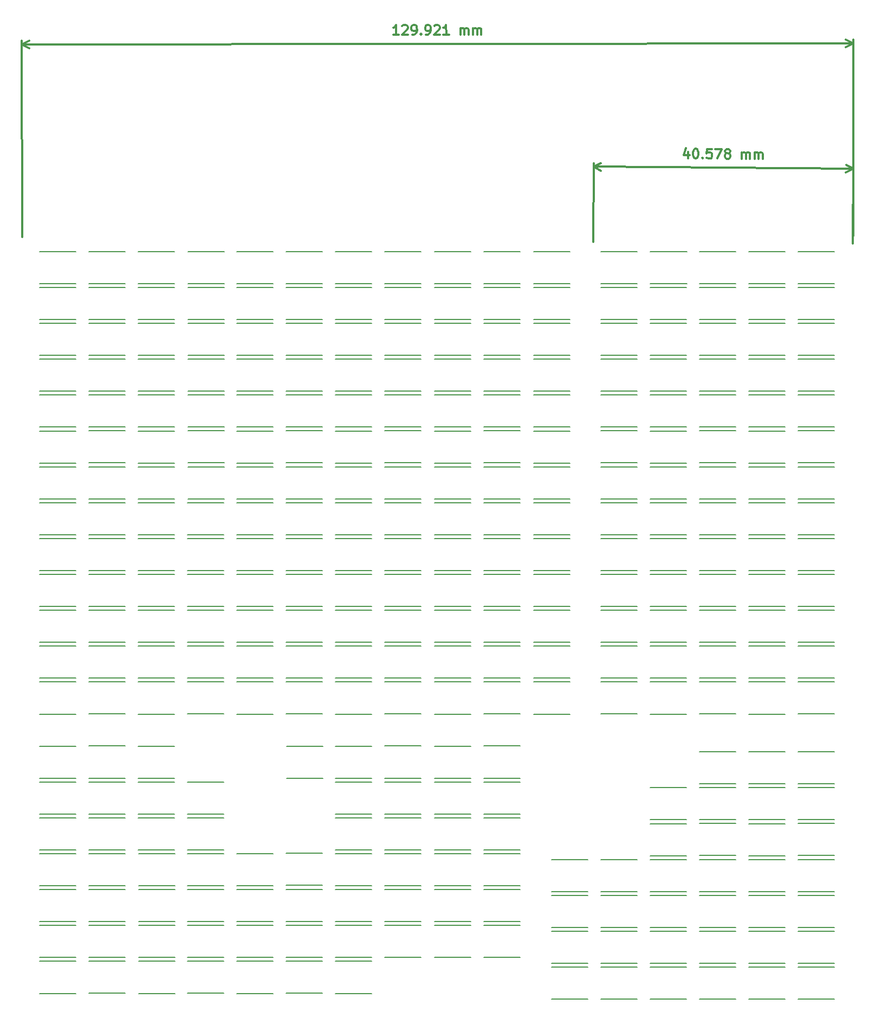
<source format=gbr>
G04 #@! TF.GenerationSoftware,KiCad,Pcbnew,(5.0.0)*
G04 #@! TF.CreationDate,2019-05-01T16:30:08-07:00*
G04 #@! TF.ProjectId,SSB Cap Board,5353422043617020426F6172642E6B69,rev?*
G04 #@! TF.SameCoordinates,Original*
G04 #@! TF.FileFunction,Legend,Top*
G04 #@! TF.FilePolarity,Positive*
%FSLAX46Y46*%
G04 Gerber Fmt 4.6, Leading zero omitted, Abs format (unit mm)*
G04 Created by KiCad (PCBNEW (5.0.0)) date 05/01/19 16:30:08*
%MOMM*%
%LPD*%
G01*
G04 APERTURE LIST*
%ADD10C,0.300000*%
%ADD11C,0.150000*%
G04 APERTURE END LIST*
D10*
X-5990638Y145334092D02*
X-6847780Y145332836D01*
X-6419209Y145333464D02*
X-6421408Y146833462D01*
X-6563951Y146618967D01*
X-6706598Y146475901D01*
X-6849351Y146404263D01*
X-5421200Y146692072D02*
X-5349876Y146763605D01*
X-5207124Y146835243D01*
X-4849981Y146835767D01*
X-4707019Y146764548D01*
X-4635486Y146693224D01*
X-4563848Y146550472D01*
X-4563639Y146407615D01*
X-4634753Y146193224D01*
X-5490638Y145334826D01*
X-4562068Y145336187D01*
X-3847783Y145337234D02*
X-3562069Y145337653D01*
X-3419316Y145409291D01*
X-3347993Y145480825D01*
X-3205450Y145695320D01*
X-3134440Y145981138D01*
X-3135278Y146552566D01*
X-3206916Y146695318D01*
X-3278449Y146766642D01*
X-3421411Y146837861D01*
X-3707125Y146837442D01*
X-3849877Y146765804D01*
X-3921201Y146694271D01*
X-3992420Y146551309D01*
X-3991897Y146194167D01*
X-3920259Y146051415D01*
X-3848725Y145980091D01*
X-3705764Y145908872D01*
X-3420050Y145909291D01*
X-3277297Y145980929D01*
X-3205974Y146052462D01*
X-3134755Y146195424D01*
X-2490851Y145482081D02*
X-2419318Y145410758D01*
X-2490641Y145339224D01*
X-2562175Y145410548D01*
X-2490851Y145482081D01*
X-2490641Y145339224D01*
X-1704928Y145340376D02*
X-1419214Y145340795D01*
X-1276462Y145412433D01*
X-1205138Y145483967D01*
X-1062595Y145698462D01*
X-991586Y145984280D01*
X-992423Y146555708D01*
X-1064061Y146698460D01*
X-1135595Y146769784D01*
X-1278556Y146841003D01*
X-1564270Y146840584D01*
X-1707023Y146768946D01*
X-1778346Y146697413D01*
X-1849565Y146554451D01*
X-1849042Y146197309D01*
X-1777404Y146054557D01*
X-1705870Y145983233D01*
X-1562909Y145912014D01*
X-1277195Y145912433D01*
X-1134443Y145984071D01*
X-1063119Y146055604D01*
X-991900Y146198566D01*
X-421205Y146699403D02*
X-349881Y146770936D01*
X-207129Y146842574D01*
X150013Y146843098D01*
X292974Y146771879D01*
X364508Y146700555D01*
X436145Y146557803D01*
X436355Y146414946D01*
X365241Y146200556D01*
X-490643Y145342157D01*
X437926Y145343518D01*
X1866496Y145345613D02*
X1009354Y145344356D01*
X1437925Y145344985D02*
X1435725Y146844983D01*
X1293183Y146630488D01*
X1150535Y146487422D01*
X1007783Y146415784D01*
X3652208Y145348231D02*
X3650742Y146348230D01*
X3650951Y146205373D02*
X3722275Y146276907D01*
X3865027Y146348545D01*
X4079313Y146348859D01*
X4222275Y146277640D01*
X4293913Y146134888D01*
X4295065Y145349174D01*
X4293913Y146134888D02*
X4365132Y146277849D01*
X4507884Y146349487D01*
X4722169Y146349801D01*
X4865131Y146278582D01*
X4936769Y146135830D01*
X4937921Y145350117D01*
X5652206Y145351164D02*
X5650740Y146351163D01*
X5650949Y146208306D02*
X5722273Y146279839D01*
X5865025Y146351477D01*
X6079311Y146351791D01*
X6222272Y146280572D01*
X6293910Y146137820D01*
X6295063Y145352107D01*
X6293910Y146137820D02*
X6365129Y146280782D01*
X6507882Y146352420D01*
X6722167Y146352734D01*
X6865129Y146281515D01*
X6936767Y146138763D01*
X6937919Y145353049D01*
X65043368Y144016818D02*
X-64877632Y143826318D01*
X65087500Y113919000D02*
X65042508Y144603238D01*
X-64833500Y113728500D02*
X-64878492Y144412738D01*
X-64877632Y143826318D02*
X-63751989Y144414390D01*
X-64877632Y143826318D02*
X-63750270Y143241550D01*
X65043368Y144016818D02*
X63916006Y144601586D01*
X65043368Y144016818D02*
X63917725Y143428746D01*
X39282906Y127034723D02*
X39275081Y126034754D01*
X38930245Y127608928D02*
X38564730Y126540327D01*
X39493273Y126533062D01*
X40358214Y127526324D02*
X40501067Y127525206D01*
X40643361Y127452662D01*
X40714228Y127380677D01*
X40784537Y127237265D01*
X40853727Y126951001D01*
X40850933Y126593869D01*
X40777271Y126308722D01*
X40704727Y126166428D01*
X40632742Y126095561D01*
X40489330Y126025252D01*
X40346477Y126026370D01*
X40204183Y126098914D01*
X40133316Y126170900D01*
X40063007Y126314311D01*
X39993816Y126600576D01*
X39996611Y126957708D01*
X40070273Y127242854D01*
X40142817Y127385148D01*
X40214802Y127456016D01*
X40358214Y127526324D01*
X41490417Y126160281D02*
X41561285Y126088295D01*
X41489299Y126017428D01*
X41418432Y126089413D01*
X41490417Y126160281D01*
X41489299Y126017428D01*
X42929564Y127506204D02*
X42215300Y127511793D01*
X42138285Y126798088D01*
X42210270Y126868956D01*
X42353682Y126939264D01*
X42710813Y126936470D01*
X42853107Y126863926D01*
X42923975Y126791940D01*
X42994283Y126648529D01*
X42991489Y126291397D01*
X42918945Y126149103D01*
X42846960Y126078235D01*
X42703548Y126007927D01*
X42346416Y126010721D01*
X42204122Y126083265D01*
X42133255Y126155251D01*
X43500975Y127501733D02*
X44500944Y127493908D01*
X43846370Y125998984D01*
X45281604Y126844923D02*
X45139311Y126917467D01*
X45068443Y126989453D01*
X44998134Y127132864D01*
X44998693Y127204291D01*
X45071238Y127346585D01*
X45143223Y127417452D01*
X45286634Y127487761D01*
X45572340Y127485525D01*
X45714634Y127412981D01*
X45785501Y127340996D01*
X45855810Y127197584D01*
X45855251Y127126158D01*
X45782707Y126983864D01*
X45710722Y126912996D01*
X45567310Y126842688D01*
X45281604Y126844923D01*
X45138193Y126774615D01*
X45066207Y126703747D01*
X44993663Y126561453D01*
X44991428Y126275748D01*
X45061736Y126132336D01*
X45132604Y126060351D01*
X45274898Y125987807D01*
X45560603Y125985571D01*
X45704015Y126055880D01*
X45776000Y126126747D01*
X45848544Y126269041D01*
X45850780Y126554747D01*
X45780471Y126698158D01*
X45709604Y126770143D01*
X45567310Y126842688D01*
X47631968Y125969363D02*
X47639793Y126969333D01*
X47638675Y126826480D02*
X47710660Y126897347D01*
X47854072Y126967656D01*
X48068351Y126965979D01*
X48210645Y126893435D01*
X48280954Y126750023D01*
X48274806Y125964333D01*
X48280954Y126750023D02*
X48353498Y126892317D01*
X48496910Y126962626D01*
X48711189Y126960949D01*
X48853483Y126888405D01*
X48923791Y126744993D01*
X48917643Y125959303D01*
X49631907Y125953714D02*
X49639732Y126953684D01*
X49638614Y126810831D02*
X49710599Y126881698D01*
X49854011Y126952007D01*
X50068290Y126950330D01*
X50210584Y126877786D01*
X50280892Y126734374D01*
X50274745Y125948684D01*
X50280892Y126734374D02*
X50353437Y126876668D01*
X50496848Y126946977D01*
X50711127Y126945300D01*
X50853421Y126872756D01*
X50923730Y126729344D01*
X50917582Y125943654D01*
X24475542Y124729084D02*
X65052042Y124411584D01*
X24384000Y113030000D02*
X24480131Y125315487D01*
X64960500Y112712500D02*
X65056631Y124997987D01*
X65052042Y124411584D02*
X63920984Y123833996D01*
X65052042Y124411584D02*
X63930161Y125006801D01*
X24475542Y124729084D02*
X25597423Y124133867D01*
X24475542Y124729084D02*
X25606600Y125306672D01*
D11*
G04 #@! TO.C,C864*
X54395000Y22795000D02*
X48695000Y22795000D01*
X54395000Y27795000D02*
X48695000Y27795000D01*
G04 #@! TO.C,C849*
X56405000Y27805000D02*
X62105000Y27805000D01*
X56405000Y22805000D02*
X62105000Y22805000D01*
G04 #@! TO.C,C846*
X38995000Y22795000D02*
X33295000Y22795000D01*
X38995000Y27795000D02*
X33295000Y27795000D01*
G04 #@! TO.C,C967*
X41005000Y27805000D02*
X46705000Y27805000D01*
X41005000Y22805000D02*
X46705000Y22805000D01*
G04 #@! TO.C,C343*
X-41005000Y29295000D02*
X-46705000Y29295000D01*
X-41005000Y34295000D02*
X-46705000Y34295000D01*
G04 #@! TO.C,C337*
X-8195000Y111505000D02*
X-2495000Y111505000D01*
X-8195000Y106505000D02*
X-2495000Y106505000D01*
G04 #@! TO.C,C1*
X-41005000Y50495000D02*
X-46705000Y50495000D01*
X-41005000Y55495000D02*
X-46705000Y55495000D01*
G04 #@! TO.C,C326*
X-10205000Y106495000D02*
X-15905000Y106495000D01*
X-10205000Y111495000D02*
X-15905000Y111495000D01*
G04 #@! TO.C,C273*
X-54395000Y11905000D02*
X-48695000Y11905000D01*
X-54395000Y6905000D02*
X-48695000Y6905000D01*
G04 #@! TO.C,C264*
X-8195000Y6305000D02*
X-2495000Y6305000D01*
X-8195000Y1305000D02*
X-2495000Y1305000D01*
G04 #@! TO.C,C262*
X-56405000Y23695000D02*
X-62105000Y23695000D01*
X-56405000Y28695000D02*
X-62105000Y28695000D01*
G04 #@! TO.C,C261*
X-54395000Y705000D02*
X-48695000Y705000D01*
X-54395000Y-4295000D02*
X-48695000Y-4295000D01*
G04 #@! TO.C,C260*
X-25605000Y6895000D02*
X-31305000Y6895000D01*
X-25605000Y11895000D02*
X-31305000Y11895000D01*
G04 #@! TO.C,C259*
X-40905000Y12495000D02*
X-46605000Y12495000D01*
X-40905000Y17495000D02*
X-46605000Y17495000D01*
G04 #@! TO.C,C258*
X-38995000Y23105000D02*
X-33295000Y23105000D01*
X-38995000Y18105000D02*
X-33295000Y18105000D01*
G04 #@! TO.C,C257*
X-23595000Y705000D02*
X-17895000Y705000D01*
X-23595000Y-4295000D02*
X-17895000Y-4295000D01*
G04 #@! TO.C,C255*
X5295000Y106495000D02*
X-405000Y106495000D01*
X5295000Y111495000D02*
X-405000Y111495000D01*
G04 #@! TO.C,C314*
X-56405000Y18095000D02*
X-62105000Y18095000D01*
X-56405000Y23095000D02*
X-62105000Y23095000D01*
G04 #@! TO.C,C266*
X-54395000Y6305000D02*
X-48695000Y6305000D01*
X-54395000Y1305000D02*
X-48695000Y1305000D01*
G04 #@! TO.C,C265*
X-25605000Y1295000D02*
X-31305000Y1295000D01*
X-25605000Y6295000D02*
X-31305000Y6295000D01*
G04 #@! TO.C,C311*
X-40905000Y6895000D02*
X-46605000Y6895000D01*
X-40905000Y11895000D02*
X-46605000Y11895000D01*
G04 #@! TO.C,C310*
X-38995000Y28705000D02*
X-33295000Y28705000D01*
X-38995000Y23705000D02*
X-33295000Y23705000D01*
G04 #@! TO.C,C309*
X-23595000Y6305000D02*
X-17895000Y6305000D01*
X-23595000Y1305000D02*
X-17895000Y1305000D01*
G04 #@! TO.C,C308*
X-56405000Y84095000D02*
X-62105000Y84095000D01*
X-56405000Y89095000D02*
X-62105000Y89095000D01*
G04 #@! TO.C,C304*
X-56405000Y12495000D02*
X-62105000Y12495000D01*
X-56405000Y17495000D02*
X-62105000Y17495000D01*
G04 #@! TO.C,C303*
X-23595000Y111505000D02*
X-17895000Y111505000D01*
X-23595000Y106505000D02*
X-17895000Y106505000D01*
G04 #@! TO.C,C302*
X-25605000Y-4305000D02*
X-31305000Y-4305000D01*
X-25605000Y695000D02*
X-31305000Y695000D01*
G04 #@! TO.C,C301*
X-40905000Y1295000D02*
X-46605000Y1295000D01*
X-40905000Y6295000D02*
X-46605000Y6295000D01*
G04 #@! TO.C,C283*
X-38995000Y705000D02*
X-33295000Y705000D01*
X-38995000Y-4295000D02*
X-33295000Y-4295000D01*
G04 #@! TO.C,C282*
X-56405000Y78495000D02*
X-62105000Y78495000D01*
X-56405000Y83495000D02*
X-62105000Y83495000D01*
G04 #@! TO.C,C295*
X-56405000Y6895000D02*
X-62105000Y6895000D01*
X-56405000Y11895000D02*
X-62105000Y11895000D01*
G04 #@! TO.C,C294*
X-54395000Y17505000D02*
X-48695000Y17505000D01*
X-54395000Y12505000D02*
X-48695000Y12505000D01*
G04 #@! TO.C,C293*
X-23595000Y11905000D02*
X-17895000Y11905000D01*
X-23595000Y6905000D02*
X-17895000Y6905000D01*
G04 #@! TO.C,C292*
X-10205000Y29295000D02*
X-15905000Y29295000D01*
X-10205000Y34295000D02*
X-15905000Y34295000D01*
G04 #@! TO.C,C289*
X-56405000Y72895000D02*
X-62105000Y72895000D01*
X-56405000Y77895000D02*
X-62105000Y77895000D01*
G04 #@! TO.C,C287*
X-56405000Y1295000D02*
X-62105000Y1295000D01*
X-56405000Y6295000D02*
X-62105000Y6295000D01*
G04 #@! TO.C,C286*
X-54395000Y23105000D02*
X-48695000Y23105000D01*
X-54395000Y18105000D02*
X-48695000Y18105000D01*
G04 #@! TO.C,C285*
X-23595000Y17605000D02*
X-17895000Y17605000D01*
X-23595000Y12605000D02*
X-17895000Y12605000D01*
G04 #@! TO.C,C284*
X-10211000Y23695000D02*
X-15911000Y23695000D01*
X-10211000Y28695000D02*
X-15911000Y28695000D01*
G04 #@! TO.C,C299*
X-8195000Y11905000D02*
X-2495000Y11905000D01*
X-8195000Y6905000D02*
X-2495000Y6905000D01*
G04 #@! TO.C,C298*
X7305000Y6305000D02*
X13005000Y6305000D01*
X7305000Y1305000D02*
X13005000Y1305000D01*
G04 #@! TO.C,C281*
X-56405000Y67295000D02*
X-62105000Y67295000D01*
X-56405000Y72295000D02*
X-62105000Y72295000D01*
G04 #@! TO.C,C296*
X-56405000Y-4305000D02*
X-62105000Y-4305000D01*
X-56405000Y695000D02*
X-62105000Y695000D01*
G04 #@! TO.C,C377*
X-54395000Y28705000D02*
X-48695000Y28705000D01*
X-54395000Y23705000D02*
X-48695000Y23705000D01*
G04 #@! TO.C,C399*
X-10205000Y18095000D02*
X-15905000Y18095000D01*
X-10205000Y23095000D02*
X-15905000Y23095000D01*
G04 #@! TO.C,C398*
X-8195000Y17505000D02*
X-2495000Y17505000D01*
X-8195000Y12505000D02*
X-2495000Y12505000D01*
G04 #@! TO.C,C397*
X7305000Y11905000D02*
X13005000Y11905000D01*
X7305000Y6905000D02*
X13005000Y6905000D01*
G04 #@! TO.C,C396*
X-56405000Y61695000D02*
X-62105000Y61695000D01*
X-56405000Y66695000D02*
X-62105000Y66695000D01*
G04 #@! TO.C,C395*
X-54395000Y34305000D02*
X-48695000Y34305000D01*
X-54395000Y29305000D02*
X-48695000Y29305000D01*
G04 #@! TO.C,C390*
X-10205000Y12495000D02*
X-15905000Y12495000D01*
X-10205000Y17495000D02*
X-15905000Y17495000D01*
G04 #@! TO.C,C389*
X-8195000Y23105000D02*
X-2495000Y23105000D01*
X-8195000Y18105000D02*
X-2495000Y18105000D01*
G04 #@! TO.C,C388*
X7305000Y17505000D02*
X13005000Y17505000D01*
X7305000Y12505000D02*
X13005000Y12505000D01*
G04 #@! TO.C,C387*
X-56405000Y56095000D02*
X-62105000Y56095000D01*
X-56405000Y61095000D02*
X-62105000Y61095000D01*
G04 #@! TO.C,C386*
X-23504500Y34241500D02*
X-17804500Y34241500D01*
X-23504500Y29241500D02*
X-17804500Y29241500D01*
G04 #@! TO.C,C385*
X-10205000Y6895000D02*
X-15905000Y6895000D01*
X-10205000Y11895000D02*
X-15905000Y11895000D01*
G04 #@! TO.C,C384*
X-8195000Y28705000D02*
X-2495000Y28705000D01*
X-8195000Y23705000D02*
X-2495000Y23705000D01*
G04 #@! TO.C,C383*
X7305000Y23105000D02*
X13005000Y23105000D01*
X7305000Y18105000D02*
X13005000Y18105000D01*
G04 #@! TO.C,C382*
X-56405000Y50495000D02*
X-62105000Y50495000D01*
X-56405000Y55495000D02*
X-62105000Y55495000D01*
G04 #@! TO.C,C381*
X-10205000Y1295000D02*
X-15905000Y1295000D01*
X-10205000Y6295000D02*
X-15905000Y6295000D01*
G04 #@! TO.C,C380*
X-8195000Y34305000D02*
X-2495000Y34305000D01*
X-8195000Y29305000D02*
X-2495000Y29305000D01*
G04 #@! TO.C,C379*
X7305000Y28705000D02*
X13005000Y28705000D01*
X7305000Y23705000D02*
X13005000Y23705000D01*
G04 #@! TO.C,C378*
X-56405000Y44895000D02*
X-62105000Y44895000D01*
X-56405000Y49895000D02*
X-62105000Y49895000D01*
G04 #@! TO.C,C392*
X7305000Y34305000D02*
X13005000Y34305000D01*
X7305000Y29305000D02*
X13005000Y29305000D01*
G04 #@! TO.C,C93*
X-25605000Y56095000D02*
X-31305000Y56095000D01*
X-25605000Y61095000D02*
X-31305000Y61095000D01*
G04 #@! TO.C,C92*
X-38895000Y94705000D02*
X-33195000Y94705000D01*
X-38895000Y89705000D02*
X-33195000Y89705000D01*
G04 #@! TO.C,C91*
X-41005000Y44895000D02*
X-46705000Y44895000D01*
X-41005000Y49895000D02*
X-46705000Y49895000D01*
G04 #@! TO.C,C90*
X-54395000Y105905000D02*
X-48695000Y105905000D01*
X-54395000Y100905000D02*
X-48695000Y100905000D01*
G04 #@! TO.C,C89*
X-23595000Y49905000D02*
X-17895000Y49905000D01*
X-23595000Y44905000D02*
X-17895000Y44905000D01*
G04 #@! TO.C,C88*
X-10205000Y89695000D02*
X-15905000Y89695000D01*
X-10205000Y94695000D02*
X-15905000Y94695000D01*
G04 #@! TO.C,C87*
X-8195000Y61105000D02*
X-2495000Y61105000D01*
X-8195000Y56105000D02*
X-2495000Y56105000D01*
G04 #@! TO.C,C86*
X5295000Y78495000D02*
X-405000Y78495000D01*
X5295000Y83495000D02*
X-405000Y83495000D01*
G04 #@! TO.C,C85*
X7305000Y72305000D02*
X13005000Y72305000D01*
X7305000Y67305000D02*
X13005000Y67305000D01*
G04 #@! TO.C,C84*
X20795000Y67295000D02*
X15095000Y67295000D01*
X20795000Y72295000D02*
X15095000Y72295000D01*
G04 #@! TO.C,C83*
X-25605000Y61695000D02*
X-31305000Y61695000D01*
X-25605000Y66695000D02*
X-31305000Y66695000D01*
G04 #@! TO.C,C82*
X-38895000Y89105000D02*
X-33195000Y89105000D01*
X-38895000Y84105000D02*
X-33195000Y84105000D01*
G04 #@! TO.C,C81*
X-38895000Y83505000D02*
X-33195000Y83505000D01*
X-38895000Y78505000D02*
X-33195000Y78505000D01*
G04 #@! TO.C,C80*
X20795000Y61695000D02*
X15095000Y61695000D01*
X20795000Y66695000D02*
X15095000Y66695000D01*
G04 #@! TO.C,C251*
X-38995000Y6305000D02*
X-33295000Y6305000D01*
X-38995000Y1305000D02*
X-33295000Y1305000D01*
G04 #@! TO.C,C78*
X-25605000Y67295000D02*
X-31305000Y67295000D01*
X-25605000Y72295000D02*
X-31305000Y72295000D01*
G04 #@! TO.C,C77*
X20795000Y72895000D02*
X15095000Y72895000D01*
X20795000Y77895000D02*
X15095000Y77895000D01*
G04 #@! TO.C,C76*
X7305000Y66705000D02*
X13005000Y66705000D01*
X7305000Y61705000D02*
X13005000Y61705000D01*
G04 #@! TO.C,C75*
X-41005000Y56095000D02*
X-46705000Y56095000D01*
X-41005000Y61095000D02*
X-46705000Y61095000D01*
G04 #@! TO.C,C74*
X5295000Y84095000D02*
X-405000Y84095000D01*
X5295000Y89095000D02*
X-405000Y89095000D01*
G04 #@! TO.C,C73*
X-8195000Y55505000D02*
X-2495000Y55505000D01*
X-8195000Y50505000D02*
X-2495000Y50505000D01*
G04 #@! TO.C,C72*
X-10205000Y95295000D02*
X-15905000Y95295000D01*
X-10205000Y100295000D02*
X-15905000Y100295000D01*
G04 #@! TO.C,C71*
X5295000Y1295000D02*
X-405000Y1295000D01*
X5295000Y6295000D02*
X-405000Y6295000D01*
G04 #@! TO.C,C70*
X-54395000Y100305000D02*
X-48695000Y100305000D01*
X-54395000Y95305000D02*
X-48695000Y95305000D01*
G04 #@! TO.C,C68*
X-23595000Y44305000D02*
X-17895000Y44305000D01*
X-23595000Y39305000D02*
X-17895000Y39305000D01*
G04 #@! TO.C,C252*
X-56405000Y39295000D02*
X-62105000Y39295000D01*
X-56405000Y44295000D02*
X-62105000Y44295000D01*
G04 #@! TO.C,C120*
X-41005000Y106495000D02*
X-46705000Y106495000D01*
X-41005000Y111495000D02*
X-46705000Y111495000D01*
G04 #@! TO.C,C119*
X-56405000Y100895000D02*
X-62105000Y100895000D01*
X-56405000Y105895000D02*
X-62105000Y105895000D01*
G04 #@! TO.C,C118*
X-54395000Y72305000D02*
X-48695000Y72305000D01*
X-54395000Y67305000D02*
X-48695000Y67305000D01*
G04 #@! TO.C,C108*
X5295000Y29295000D02*
X-405000Y29295000D01*
X5295000Y34295000D02*
X-405000Y34295000D01*
G04 #@! TO.C,C106*
X-41005000Y100895000D02*
X-46705000Y100895000D01*
X-41005000Y105895000D02*
X-46705000Y105895000D01*
G04 #@! TO.C,C105*
X-56405000Y89695000D02*
X-62105000Y89695000D01*
X-56405000Y94695000D02*
X-62105000Y94695000D01*
G04 #@! TO.C,C97*
X-38895000Y111505000D02*
X-33195000Y111505000D01*
X-38895000Y106505000D02*
X-33195000Y106505000D01*
G04 #@! TO.C,C96*
X-41005000Y95295000D02*
X-46705000Y95295000D01*
X-41005000Y100295000D02*
X-46705000Y100295000D01*
G04 #@! TO.C,C95*
X-54395000Y49905000D02*
X-48695000Y49905000D01*
X-54395000Y44905000D02*
X-48695000Y44905000D01*
G04 #@! TO.C,C110*
X-25605000Y106495000D02*
X-31305000Y106495000D01*
X-25605000Y111495000D02*
X-31305000Y111495000D01*
G04 #@! TO.C,C23*
X20795000Y106495000D02*
X15095000Y106495000D01*
X20795000Y111495000D02*
X15095000Y111495000D01*
G04 #@! TO.C,C22*
X-54395000Y55505000D02*
X-48695000Y55505000D01*
X-54395000Y50505000D02*
X-48695000Y50505000D01*
G04 #@! TO.C,C16*
X-54395000Y61105000D02*
X-48695000Y61105000D01*
X-54395000Y56105000D02*
X-48695000Y56105000D01*
G04 #@! TO.C,C62*
X-41005000Y89695000D02*
X-46705000Y89695000D01*
X-41005000Y94695000D02*
X-46705000Y94695000D01*
G04 #@! TO.C,C2*
X-38995000Y49905000D02*
X-33295000Y49905000D01*
X-38995000Y44905000D02*
X-33295000Y44905000D01*
G04 #@! TO.C,C3*
X20795000Y100895000D02*
X15095000Y100895000D01*
X20795000Y105895000D02*
X15095000Y105895000D01*
G04 #@! TO.C,C4*
X-25605000Y100895000D02*
X-31305000Y100895000D01*
X-25605000Y105895000D02*
X-31305000Y105895000D01*
G04 #@! TO.C,C10*
X-10205000Y-4305000D02*
X-15905000Y-4305000D01*
X-10205000Y695000D02*
X-15905000Y695000D01*
G04 #@! TO.C,C11*
X-54395000Y66705000D02*
X-48695000Y66705000D01*
X-54395000Y61705000D02*
X-48695000Y61705000D01*
G04 #@! TO.C,C12*
X-41005000Y84095000D02*
X-46705000Y84095000D01*
X-41005000Y89095000D02*
X-46705000Y89095000D01*
G04 #@! TO.C,C13*
X-38995000Y55505000D02*
X-33295000Y55505000D01*
X-38995000Y50505000D02*
X-33295000Y50505000D01*
G04 #@! TO.C,C14*
X-25605000Y95295000D02*
X-31305000Y95295000D01*
X-25605000Y100295000D02*
X-31305000Y100295000D01*
G04 #@! TO.C,C15*
X-54395000Y77905000D02*
X-48695000Y77905000D01*
X-54395000Y72905000D02*
X-48695000Y72905000D01*
G04 #@! TO.C,C31*
X-41005000Y78495000D02*
X-46705000Y78495000D01*
X-41005000Y83495000D02*
X-46705000Y83495000D01*
G04 #@! TO.C,C61*
X-38995000Y61105000D02*
X-33295000Y61105000D01*
X-38995000Y56105000D02*
X-33295000Y56105000D01*
G04 #@! TO.C,C60*
X-25605000Y89695000D02*
X-31305000Y89695000D01*
X-25605000Y94695000D02*
X-31305000Y94695000D01*
G04 #@! TO.C,C59*
X20795000Y95295000D02*
X15095000Y95295000D01*
X20795000Y100295000D02*
X15095000Y100295000D01*
G04 #@! TO.C,C53*
X5295000Y23695000D02*
X-405000Y23695000D01*
X5295000Y28695000D02*
X-405000Y28695000D01*
G04 #@! TO.C,C51*
X-41005000Y72895000D02*
X-46705000Y72895000D01*
X-41005000Y77895000D02*
X-46705000Y77895000D01*
G04 #@! TO.C,C50*
X-38995000Y66705000D02*
X-33295000Y66705000D01*
X-38995000Y61705000D02*
X-33295000Y61705000D01*
G04 #@! TO.C,C49*
X-25605000Y84095000D02*
X-31305000Y84095000D01*
X-25605000Y89095000D02*
X-31305000Y89095000D01*
G04 #@! TO.C,C63*
X20795000Y89695000D02*
X15095000Y89695000D01*
X20795000Y94695000D02*
X15095000Y94695000D01*
G04 #@! TO.C,C47*
X7305000Y49905000D02*
X13005000Y49905000D01*
X7305000Y44905000D02*
X13005000Y44905000D01*
G04 #@! TO.C,C45*
X5295000Y100895000D02*
X-405000Y100895000D01*
X5295000Y105895000D02*
X-405000Y105895000D01*
G04 #@! TO.C,C44*
X7305000Y44305000D02*
X13005000Y44305000D01*
X7305000Y39305000D02*
X13005000Y39305000D01*
G04 #@! TO.C,C43*
X-38995000Y44305000D02*
X-33295000Y44305000D01*
X-38995000Y39305000D02*
X-33295000Y39305000D01*
G04 #@! TO.C,C41*
X-8195000Y44305000D02*
X-2495000Y44305000D01*
X-8195000Y39305000D02*
X-2495000Y39305000D01*
G04 #@! TO.C,C40*
X-10205000Y100895000D02*
X-15905000Y100895000D01*
X-10205000Y105895000D02*
X-15905000Y105895000D01*
G04 #@! TO.C,C39*
X5295000Y6895000D02*
X-405000Y6895000D01*
X5295000Y11895000D02*
X-405000Y11895000D01*
G04 #@! TO.C,C38*
X-8195000Y72305000D02*
X-2495000Y72305000D01*
X-8195000Y67305000D02*
X-2495000Y67305000D01*
G04 #@! TO.C,C37*
X5295000Y56095000D02*
X-405000Y56095000D01*
X5295000Y61095000D02*
X-405000Y61095000D01*
G04 #@! TO.C,C36*
X-8195000Y83505000D02*
X-2495000Y83505000D01*
X-8195000Y78505000D02*
X-2495000Y78505000D01*
G04 #@! TO.C,C35*
X-10205000Y67295000D02*
X-15905000Y67295000D01*
X-10205000Y72295000D02*
X-15905000Y72295000D01*
G04 #@! TO.C,C34*
X-23595000Y72305000D02*
X-17895000Y72305000D01*
X-23595000Y67305000D02*
X-17895000Y67305000D01*
G04 #@! TO.C,C94*
X20795000Y39295000D02*
X15095000Y39295000D01*
X20795000Y44295000D02*
X15095000Y44295000D01*
G04 #@! TO.C,C32*
X7305000Y100305000D02*
X13005000Y100305000D01*
X7305000Y95305000D02*
X13005000Y95305000D01*
G04 #@! TO.C,C33*
X5295000Y50495000D02*
X-405000Y50495000D01*
X5295000Y55495000D02*
X-405000Y55495000D01*
G04 #@! TO.C,C46*
X-23595000Y89105000D02*
X-17895000Y89105000D01*
X-23595000Y84105000D02*
X-17895000Y84105000D01*
G04 #@! TO.C,C215*
X-40905000Y-4305000D02*
X-46605000Y-4305000D01*
X-40905000Y695000D02*
X-46605000Y695000D01*
G04 #@! TO.C,C213*
X-38995000Y17505000D02*
X-33295000Y17505000D01*
X-38995000Y12505000D02*
X-33295000Y12505000D01*
G04 #@! TO.C,C212*
X-41005000Y18095000D02*
X-46705000Y18095000D01*
X-41005000Y23095000D02*
X-46705000Y23095000D01*
G04 #@! TO.C,C211*
X-25605000Y12495000D02*
X-31305000Y12495000D01*
X-25605000Y17495000D02*
X-31305000Y17495000D01*
G04 #@! TO.C,C209*
X-56405000Y29295000D02*
X-62105000Y29295000D01*
X-56405000Y34295000D02*
X-62105000Y34295000D01*
G04 #@! TO.C,C125*
X-10205000Y61695000D02*
X-15905000Y61695000D01*
X-10205000Y66695000D02*
X-15905000Y66695000D01*
G04 #@! TO.C,C203*
X-38995000Y11905000D02*
X-33295000Y11905000D01*
X-38995000Y6905000D02*
X-33295000Y6905000D01*
G04 #@! TO.C,C201*
X-41005000Y23695000D02*
X-46705000Y23695000D01*
X-41005000Y28695000D02*
X-46705000Y28695000D01*
G04 #@! TO.C,C200*
X-23595000Y77905000D02*
X-17895000Y77905000D01*
X-23595000Y72905000D02*
X-17895000Y72905000D01*
G04 #@! TO.C,C199*
X7305000Y105905000D02*
X13005000Y105905000D01*
X7305000Y100905000D02*
X13005000Y100905000D01*
G04 #@! TO.C,C198*
X-23595000Y105905000D02*
X-17895000Y105905000D01*
X-23595000Y100905000D02*
X-17895000Y100905000D01*
G04 #@! TO.C,C197*
X-8195000Y94705000D02*
X-2495000Y94705000D01*
X-8195000Y89705000D02*
X-2495000Y89705000D01*
G04 #@! TO.C,C196*
X-10205000Y56095000D02*
X-15905000Y56095000D01*
X-10205000Y61095000D02*
X-15905000Y61095000D01*
G04 #@! TO.C,C195*
X-23595000Y83505000D02*
X-17895000Y83505000D01*
X-23595000Y78505000D02*
X-17895000Y78505000D01*
G04 #@! TO.C,C194*
X5295000Y39295000D02*
X-405000Y39295000D01*
X5295000Y44295000D02*
X-405000Y44295000D01*
G04 #@! TO.C,C193*
X-8195000Y100305000D02*
X-2495000Y100305000D01*
X-8195000Y95305000D02*
X-2495000Y95305000D01*
G04 #@! TO.C,C192*
X-10205000Y50495000D02*
X-15905000Y50495000D01*
X-10205000Y55495000D02*
X-15905000Y55495000D01*
G04 #@! TO.C,C191*
X-8195000Y89105000D02*
X-2495000Y89105000D01*
X-8195000Y84105000D02*
X-2495000Y84105000D01*
G04 #@! TO.C,C190*
X5295000Y18095000D02*
X-405000Y18095000D01*
X5295000Y23095000D02*
X-405000Y23095000D01*
G04 #@! TO.C,C126*
X-54395000Y83505000D02*
X-48695000Y83505000D01*
X-54395000Y78505000D02*
X-48695000Y78505000D01*
G04 #@! TO.C,C48*
X-41005000Y67295000D02*
X-46705000Y67295000D01*
X-41005000Y72295000D02*
X-46705000Y72295000D01*
G04 #@! TO.C,C155*
X-25605000Y78495000D02*
X-31305000Y78495000D01*
X-25605000Y83495000D02*
X-31305000Y83495000D01*
G04 #@! TO.C,C154*
X20795000Y84095000D02*
X15095000Y84095000D01*
X20795000Y89095000D02*
X15095000Y89095000D01*
G04 #@! TO.C,C153*
X7305000Y55505000D02*
X13005000Y55505000D01*
X7305000Y50505000D02*
X13005000Y50505000D01*
G04 #@! TO.C,C152*
X5295000Y95295000D02*
X-405000Y95295000D01*
X5295000Y100295000D02*
X-405000Y100295000D01*
G04 #@! TO.C,C149*
X-54395000Y94705000D02*
X-48695000Y94705000D01*
X-54395000Y89705000D02*
X-48695000Y89705000D01*
G04 #@! TO.C,C148*
X5295000Y12495000D02*
X-405000Y12495000D01*
X5295000Y17495000D02*
X-405000Y17495000D01*
G04 #@! TO.C,C147*
X-54395000Y89105000D02*
X-48695000Y89105000D01*
X-54395000Y84105000D02*
X-48695000Y84105000D01*
G04 #@! TO.C,C146*
X-41005000Y61695000D02*
X-46705000Y61695000D01*
X-41005000Y66695000D02*
X-46705000Y66695000D01*
G04 #@! TO.C,C145*
X-38895000Y77905000D02*
X-33195000Y77905000D01*
X-38895000Y72905000D02*
X-33195000Y72905000D01*
G04 #@! TO.C,C144*
X-25605000Y72895000D02*
X-31305000Y72895000D01*
X-25605000Y77895000D02*
X-31305000Y77895000D01*
G04 #@! TO.C,C143*
X20795000Y78495000D02*
X15095000Y78495000D01*
X20795000Y83495000D02*
X15095000Y83495000D01*
G04 #@! TO.C,C142*
X7305000Y61105000D02*
X13005000Y61105000D01*
X7305000Y56105000D02*
X13005000Y56105000D01*
G04 #@! TO.C,C188*
X5295000Y89695000D02*
X-405000Y89695000D01*
X5295000Y94695000D02*
X-405000Y94695000D01*
G04 #@! TO.C,C140*
X-8195000Y49905000D02*
X-2495000Y49905000D01*
X-8195000Y44905000D02*
X-2495000Y44905000D01*
G04 #@! TO.C,C139*
X-23595000Y55505000D02*
X-17895000Y55505000D01*
X-23595000Y50505000D02*
X-17895000Y50505000D01*
G04 #@! TO.C,C138*
X20795000Y50495000D02*
X15095000Y50495000D01*
X20795000Y55495000D02*
X15095000Y55495000D01*
G04 #@! TO.C,C137*
X7305000Y89105000D02*
X13005000Y89105000D01*
X7305000Y84105000D02*
X13005000Y84105000D01*
G04 #@! TO.C,C136*
X5295000Y61695000D02*
X-405000Y61695000D01*
X5295000Y66695000D02*
X-405000Y66695000D01*
G04 #@! TO.C,C135*
X-8195000Y77905000D02*
X-2495000Y77905000D01*
X-8195000Y72905000D02*
X-2495000Y72905000D01*
G04 #@! TO.C,C134*
X-10205000Y72895000D02*
X-15905000Y72895000D01*
X-10205000Y77895000D02*
X-15905000Y77895000D01*
G04 #@! TO.C,C133*
X-23595000Y66705000D02*
X-17895000Y66705000D01*
X-23595000Y61705000D02*
X-17895000Y61705000D01*
G04 #@! TO.C,C132*
X-25605000Y39295000D02*
X-31305000Y39295000D01*
X-25605000Y44295000D02*
X-31305000Y44295000D01*
G04 #@! TO.C,C131*
X20795000Y44895000D02*
X15095000Y44895000D01*
X20795000Y49895000D02*
X15095000Y49895000D01*
G04 #@! TO.C,C128*
X7305000Y111505000D02*
X13005000Y111505000D01*
X7305000Y106505000D02*
X13005000Y106505000D01*
G04 #@! TO.C,C127*
X-54395000Y111505000D02*
X-48695000Y111505000D01*
X-54395000Y106505000D02*
X-48695000Y106505000D01*
G04 #@! TO.C,C189*
X-56405000Y95295000D02*
X-62105000Y95295000D01*
X-56405000Y100295000D02*
X-62105000Y100295000D01*
G04 #@! TO.C,C180*
X-54395000Y44305000D02*
X-48695000Y44305000D01*
X-54395000Y39305000D02*
X-48695000Y39305000D01*
G04 #@! TO.C,C179*
X-8195000Y105905000D02*
X-2495000Y105905000D01*
X-8195000Y100905000D02*
X-2495000Y100905000D01*
G04 #@! TO.C,C178*
X-10205000Y44895000D02*
X-15905000Y44895000D01*
X-10205000Y49895000D02*
X-15905000Y49895000D01*
G04 #@! TO.C,C177*
X-23595000Y94705000D02*
X-17895000Y94705000D01*
X-23595000Y89705000D02*
X-17895000Y89705000D01*
G04 #@! TO.C,C176*
X-10205000Y39295000D02*
X-15905000Y39295000D01*
X-10205000Y44295000D02*
X-15905000Y44295000D01*
G04 #@! TO.C,C175*
X-23595000Y100305000D02*
X-17895000Y100305000D01*
X-23595000Y95305000D02*
X-17895000Y95305000D01*
G04 #@! TO.C,C157*
X5295000Y44895000D02*
X-405000Y44895000D01*
X5295000Y49895000D02*
X-405000Y49895000D01*
G04 #@! TO.C,C156*
X7305000Y77905000D02*
X13005000Y77905000D01*
X7305000Y72905000D02*
X13005000Y72905000D01*
G04 #@! TO.C,C171*
X5295000Y72895000D02*
X-405000Y72895000D01*
X5295000Y77895000D02*
X-405000Y77895000D01*
G04 #@! TO.C,C170*
X-8195000Y66705000D02*
X-2495000Y66705000D01*
X-8195000Y61705000D02*
X-2495000Y61705000D01*
G04 #@! TO.C,C169*
X-10205000Y84095000D02*
X-15905000Y84095000D01*
X-10205000Y89095000D02*
X-15905000Y89095000D01*
G04 #@! TO.C,C168*
X-25605000Y44895000D02*
X-31305000Y44895000D01*
X-25605000Y49895000D02*
X-31305000Y49895000D01*
G04 #@! TO.C,C167*
X-41005000Y39295000D02*
X-46705000Y39295000D01*
X-41005000Y44295000D02*
X-46705000Y44295000D01*
G04 #@! TO.C,C166*
X-38895000Y100305000D02*
X-33195000Y100305000D01*
X-38895000Y95305000D02*
X-33195000Y95305000D01*
G04 #@! TO.C,C165*
X-25605000Y50495000D02*
X-31305000Y50495000D01*
X-25605000Y55495000D02*
X-31305000Y55495000D01*
G04 #@! TO.C,C164*
X20795000Y56095000D02*
X15095000Y56095000D01*
X20795000Y61095000D02*
X15095000Y61095000D01*
G04 #@! TO.C,C163*
X7305000Y83505000D02*
X13005000Y83505000D01*
X7305000Y78505000D02*
X13005000Y78505000D01*
G04 #@! TO.C,C162*
X5295000Y67295000D02*
X-405000Y67295000D01*
X5295000Y72295000D02*
X-405000Y72295000D01*
G04 #@! TO.C,C161*
X7305000Y94705000D02*
X13005000Y94705000D01*
X7305000Y89705000D02*
X13005000Y89705000D01*
G04 #@! TO.C,C160*
X-10205000Y78495000D02*
X-15905000Y78495000D01*
X-10205000Y83495000D02*
X-15905000Y83495000D01*
G04 #@! TO.C,C174*
X-23595000Y61105000D02*
X-17895000Y61105000D01*
X-23595000Y56105000D02*
X-17895000Y56105000D01*
G04 #@! TO.C,C172*
X-38895000Y105905000D02*
X-33195000Y105905000D01*
X-38895000Y100905000D02*
X-33195000Y100905000D01*
G04 #@! TO.C,C841*
X54395000Y106495000D02*
X48695000Y106495000D01*
X54395000Y111495000D02*
X48695000Y111495000D01*
G04 #@! TO.C,C840*
X38995000Y78495000D02*
X33295000Y78495000D01*
X38995000Y83495000D02*
X33295000Y83495000D01*
G04 #@! TO.C,C839*
X54395000Y89695000D02*
X48695000Y89695000D01*
X54395000Y94695000D02*
X48695000Y94695000D01*
G04 #@! TO.C,C838*
X41005000Y49905000D02*
X46705000Y49905000D01*
X41005000Y44905000D02*
X46705000Y44905000D01*
G04 #@! TO.C,C837*
X25605000Y49905000D02*
X31305000Y49905000D01*
X25605000Y44905000D02*
X31305000Y44905000D01*
G04 #@! TO.C,C835*
X56405000Y49905000D02*
X62105000Y49905000D01*
X56405000Y44905000D02*
X62105000Y44905000D01*
G04 #@! TO.C,C834*
X41005000Y55505000D02*
X46705000Y55505000D01*
X41005000Y50505000D02*
X46705000Y50505000D01*
G04 #@! TO.C,C833*
X54395000Y84095000D02*
X48695000Y84095000D01*
X54395000Y89095000D02*
X48695000Y89095000D01*
G04 #@! TO.C,C832*
X25605000Y77905000D02*
X31305000Y77905000D01*
X25605000Y72905000D02*
X31305000Y72905000D01*
G04 #@! TO.C,C827*
X56405000Y44305000D02*
X62105000Y44305000D01*
X56405000Y39305000D02*
X62105000Y39305000D01*
G04 #@! TO.C,C825*
X38995000Y72895000D02*
X33295000Y72895000D01*
X38995000Y77895000D02*
X33295000Y77895000D01*
G04 #@! TO.C,C820*
X54395000Y11595000D02*
X48695000Y11595000D01*
X54395000Y16595000D02*
X48695000Y16595000D01*
G04 #@! TO.C,C819*
X23595000Y11595000D02*
X17895000Y11595000D01*
X23595000Y16595000D02*
X17895000Y16595000D01*
G04 #@! TO.C,C818*
X25605000Y55505000D02*
X31305000Y55505000D01*
X25605000Y50505000D02*
X31305000Y50505000D01*
G04 #@! TO.C,C872*
X54395000Y17195000D02*
X48695000Y17195000D01*
X54395000Y22195000D02*
X48695000Y22195000D01*
G04 #@! TO.C,C870*
X56405000Y111505000D02*
X62105000Y111505000D01*
X56405000Y106505000D02*
X62105000Y106505000D01*
G04 #@! TO.C,C173*
X-56405000Y106495000D02*
X-62105000Y106495000D01*
X-56405000Y111495000D02*
X-62105000Y111495000D01*
G04 #@! TO.C,C860*
X41005000Y5405000D02*
X46705000Y5405000D01*
X41005000Y405000D02*
X46705000Y405000D01*
G04 #@! TO.C,C859*
X56405000Y61105000D02*
X62105000Y61105000D01*
X56405000Y56105000D02*
X62105000Y56105000D01*
G04 #@! TO.C,C858*
X41005000Y66705000D02*
X46705000Y66705000D01*
X41005000Y61705000D02*
X46705000Y61705000D01*
G04 #@! TO.C,C857*
X54395000Y72895000D02*
X48695000Y72895000D01*
X54395000Y77895000D02*
X48695000Y77895000D01*
G04 #@! TO.C,C856*
X38995000Y61695000D02*
X33295000Y61695000D01*
X38995000Y66695000D02*
X33295000Y66695000D01*
G04 #@! TO.C,C855*
X25605000Y83505000D02*
X31305000Y83505000D01*
X25605000Y78505000D02*
X31305000Y78505000D01*
G04 #@! TO.C,C848*
X56405000Y55505000D02*
X62105000Y55505000D01*
X56405000Y50505000D02*
X62105000Y50505000D01*
G04 #@! TO.C,C847*
X41005000Y61105000D02*
X46705000Y61105000D01*
X41005000Y56105000D02*
X46705000Y56105000D01*
G04 #@! TO.C,C862*
X54395000Y78495000D02*
X48695000Y78495000D01*
X54395000Y83495000D02*
X48695000Y83495000D01*
G04 #@! TO.C,C845*
X38995000Y67295000D02*
X33295000Y67295000D01*
X38995000Y72295000D02*
X33295000Y72295000D01*
G04 #@! TO.C,C813*
X25605000Y72305000D02*
X31305000Y72305000D01*
X25605000Y67305000D02*
X31305000Y67305000D01*
G04 #@! TO.C,C806*
X56405000Y11005000D02*
X62105000Y11005000D01*
X56405000Y6005000D02*
X62105000Y6005000D01*
G04 #@! TO.C,C805*
X41005000Y-195000D02*
X46705000Y-195000D01*
X41005000Y-5195000D02*
X46705000Y-5195000D01*
G04 #@! TO.C,C801*
X41005000Y44305000D02*
X46705000Y44305000D01*
X41005000Y39305000D02*
X46705000Y39305000D01*
G04 #@! TO.C,C966*
X41005000Y11005000D02*
X46705000Y11005000D01*
X41005000Y6005000D02*
X46705000Y6005000D01*
G04 #@! TO.C,C965*
X38995000Y17195000D02*
X33295000Y17195000D01*
X38995000Y22195000D02*
X33295000Y22195000D01*
G04 #@! TO.C,C961*
X38995000Y44895000D02*
X33295000Y44895000D01*
X38995000Y49895000D02*
X33295000Y49895000D01*
G04 #@! TO.C,C960*
X25605000Y94705000D02*
X31305000Y94705000D01*
X25605000Y89705000D02*
X31305000Y89705000D01*
G04 #@! TO.C,C959*
X38995000Y50495000D02*
X33295000Y50495000D01*
X38995000Y55495000D02*
X33295000Y55495000D01*
G04 #@! TO.C,C958*
X54395000Y61695000D02*
X48695000Y61695000D01*
X54395000Y66695000D02*
X48695000Y66695000D01*
G04 #@! TO.C,C957*
X41005000Y77905000D02*
X46705000Y77905000D01*
X41005000Y72905000D02*
X46705000Y72905000D01*
G04 #@! TO.C,C956*
X56405000Y72305000D02*
X62105000Y72305000D01*
X56405000Y67305000D02*
X62105000Y67305000D01*
G04 #@! TO.C,C955*
X41005000Y16605000D02*
X46705000Y16605000D01*
X41005000Y11605000D02*
X46705000Y11605000D01*
G04 #@! TO.C,C830*
X38995000Y11595000D02*
X33295000Y11595000D01*
X38995000Y16595000D02*
X33295000Y16595000D01*
G04 #@! TO.C,C952*
X25605000Y44305000D02*
X31305000Y44305000D01*
X25605000Y39305000D02*
X31305000Y39305000D01*
G04 #@! TO.C,C949*
X25605000Y100305000D02*
X31305000Y100305000D01*
X25605000Y95305000D02*
X31305000Y95305000D01*
G04 #@! TO.C,C943*
X56405000Y22205000D02*
X62105000Y22205000D01*
X56405000Y17205000D02*
X62105000Y17205000D01*
G04 #@! TO.C,C942*
X56405000Y33405000D02*
X62105000Y33405000D01*
X56405000Y28405000D02*
X62105000Y28405000D01*
G04 #@! TO.C,C954*
X25605000Y-195000D02*
X31305000Y-195000D01*
X25605000Y-5195000D02*
X31305000Y-5195000D01*
G04 #@! TO.C,C997*
X54395000Y56095000D02*
X48695000Y56095000D01*
X54395000Y61095000D02*
X48695000Y61095000D01*
G04 #@! TO.C,C996*
X41005000Y83505000D02*
X46705000Y83505000D01*
X41005000Y78505000D02*
X46705000Y78505000D01*
G04 #@! TO.C,C995*
X56405000Y77905000D02*
X62105000Y77905000D01*
X56405000Y72905000D02*
X62105000Y72905000D01*
G04 #@! TO.C,C994*
X41005000Y22205000D02*
X46705000Y22205000D01*
X41005000Y17205000D02*
X46705000Y17205000D01*
G04 #@! TO.C,C993*
X38995000Y5995000D02*
X33295000Y5995000D01*
X38995000Y10995000D02*
X33295000Y10995000D01*
G04 #@! TO.C,C989*
X25605000Y105905000D02*
X31305000Y105905000D01*
X25605000Y100905000D02*
X31305000Y100905000D01*
G04 #@! TO.C,C988*
X23595000Y-5205000D02*
X17895000Y-5205000D01*
X23595000Y-205000D02*
X17895000Y-205000D01*
G04 #@! TO.C,C987*
X38995000Y39295000D02*
X33295000Y39295000D01*
X38995000Y44295000D02*
X33295000Y44295000D01*
G04 #@! TO.C,C158*
X-38995000Y72305000D02*
X-33295000Y72305000D01*
X-38995000Y67305000D02*
X-33295000Y67305000D01*
G04 #@! TO.C,C969*
X56405000Y-195000D02*
X62105000Y-195000D01*
X56405000Y-5195000D02*
X62105000Y-5195000D01*
G04 #@! TO.C,C984*
X41005000Y89105000D02*
X46705000Y89105000D01*
X41005000Y84105000D02*
X46705000Y84105000D01*
G04 #@! TO.C,C983*
X56405000Y83505000D02*
X62105000Y83505000D01*
X56405000Y78505000D02*
X62105000Y78505000D01*
G04 #@! TO.C,C982*
X56405000Y66705000D02*
X62105000Y66705000D01*
X56405000Y61705000D02*
X62105000Y61705000D01*
G04 #@! TO.C,C981*
X38995000Y395000D02*
X33295000Y395000D01*
X38995000Y5395000D02*
X33295000Y5395000D01*
G04 #@! TO.C,C976*
X25605000Y111505000D02*
X31305000Y111505000D01*
X25605000Y106505000D02*
X31305000Y106505000D01*
G04 #@! TO.C,C975*
X54395000Y44895000D02*
X48695000Y44895000D01*
X54395000Y49895000D02*
X48695000Y49895000D01*
G04 #@! TO.C,C974*
X41005000Y94705000D02*
X46705000Y94705000D01*
X41005000Y89705000D02*
X46705000Y89705000D01*
G04 #@! TO.C,C973*
X56405000Y89105000D02*
X62105000Y89105000D01*
X56405000Y84105000D02*
X62105000Y84105000D01*
G04 #@! TO.C,C972*
X41005000Y111505000D02*
X46705000Y111505000D01*
X41005000Y106505000D02*
X46705000Y106505000D01*
G04 #@! TO.C,C970*
X25605000Y89105000D02*
X31305000Y89105000D01*
X25605000Y84105000D02*
X31305000Y84105000D01*
G04 #@! TO.C,C985*
X38995000Y56095000D02*
X33295000Y56095000D01*
X38995000Y61095000D02*
X33295000Y61095000D01*
G04 #@! TO.C,C904*
X54395000Y67295000D02*
X48695000Y67295000D01*
X54395000Y72295000D02*
X48695000Y72295000D01*
G04 #@! TO.C,C903*
X41005000Y72305000D02*
X46705000Y72305000D01*
X41005000Y67305000D02*
X46705000Y67305000D01*
G04 #@! TO.C,C897*
X56405000Y105905000D02*
X62105000Y105905000D01*
X56405000Y100905000D02*
X62105000Y100905000D01*
G04 #@! TO.C,C896*
X56405000Y16605000D02*
X62105000Y16605000D01*
X56405000Y11605000D02*
X62105000Y11605000D01*
G04 #@! TO.C,C894*
X54395000Y50495000D02*
X48695000Y50495000D01*
X54395000Y55495000D02*
X48695000Y55495000D01*
G04 #@! TO.C,C893*
X38995000Y95295000D02*
X33295000Y95295000D01*
X38995000Y100295000D02*
X33295000Y100295000D01*
G04 #@! TO.C,C939*
X23595000Y5995000D02*
X17895000Y5995000D01*
X23595000Y10995000D02*
X17895000Y10995000D01*
G04 #@! TO.C,C938*
X54395000Y5995000D02*
X48695000Y5995000D01*
X54395000Y10995000D02*
X48695000Y10995000D01*
G04 #@! TO.C,C886*
X38995000Y89695000D02*
X33295000Y89695000D01*
X38995000Y94695000D02*
X33295000Y94695000D01*
G04 #@! TO.C,C884*
X25605000Y66705000D02*
X31305000Y66705000D01*
X25605000Y61705000D02*
X31305000Y61705000D01*
G04 #@! TO.C,C883*
X54395000Y-5205000D02*
X48695000Y-5205000D01*
X54395000Y-205000D02*
X48695000Y-205000D01*
G04 #@! TO.C,C882*
X23595000Y395000D02*
X17895000Y395000D01*
X23595000Y5395000D02*
X17895000Y5395000D01*
G04 #@! TO.C,C881*
X54395000Y100895000D02*
X48695000Y100895000D01*
X54395000Y105895000D02*
X48695000Y105895000D01*
G04 #@! TO.C,C880*
X54395000Y395000D02*
X48695000Y395000D01*
X54395000Y5395000D02*
X48695000Y5395000D01*
G04 #@! TO.C,C936*
X25605000Y61105000D02*
X31305000Y61105000D01*
X25605000Y56105000D02*
X31305000Y56105000D01*
G04 #@! TO.C,C935*
X38995000Y84095000D02*
X33295000Y84095000D01*
X38995000Y89095000D02*
X33295000Y89095000D01*
G04 #@! TO.C,C934*
X54395000Y95295000D02*
X48695000Y95295000D01*
X54395000Y100295000D02*
X48695000Y100295000D01*
G04 #@! TO.C,C930*
X25605000Y5405000D02*
X31305000Y5405000D01*
X25605000Y405000D02*
X31305000Y405000D01*
G04 #@! TO.C,C926*
X25605000Y11005000D02*
X31305000Y11005000D01*
X25605000Y6005000D02*
X31305000Y6005000D01*
G04 #@! TO.C,C986*
X25605000Y16605000D02*
X31305000Y16605000D01*
X25605000Y11605000D02*
X31305000Y11605000D01*
G04 #@! TO.C,C905*
X38995000Y100895000D02*
X33295000Y100895000D01*
X38995000Y105895000D02*
X33295000Y105895000D01*
G04 #@! TO.C,C919*
X38995000Y-5205000D02*
X33295000Y-5205000D01*
X38995000Y-205000D02*
X33295000Y-205000D01*
G04 #@! TO.C,C918*
X41005000Y33405000D02*
X46705000Y33405000D01*
X41005000Y28405000D02*
X46705000Y28405000D01*
G04 #@! TO.C,C915*
X39045000Y106495000D02*
X33345000Y106495000D01*
X39045000Y111495000D02*
X33345000Y111495000D01*
G04 #@! TO.C,C914*
X54395000Y39295000D02*
X48695000Y39295000D01*
X54395000Y44295000D02*
X48695000Y44295000D01*
G04 #@! TO.C,C913*
X41005000Y100305000D02*
X46705000Y100305000D01*
X41005000Y95305000D02*
X46705000Y95305000D01*
G04 #@! TO.C,C912*
X56405000Y94705000D02*
X62105000Y94705000D01*
X56405000Y89705000D02*
X62105000Y89705000D01*
G04 #@! TO.C,C911*
X56405000Y5405000D02*
X62105000Y5405000D01*
X56405000Y405000D02*
X62105000Y405000D01*
G04 #@! TO.C,C908*
X54395000Y28395000D02*
X48695000Y28395000D01*
X54395000Y33395000D02*
X48695000Y33395000D01*
G04 #@! TO.C,C921*
X41005000Y105905000D02*
X46705000Y105905000D01*
X41005000Y100905000D02*
X46705000Y100905000D01*
G04 #@! TO.C,C1000*
X56405000Y100305000D02*
X62105000Y100305000D01*
X56405000Y95305000D02*
X62105000Y95305000D01*
G04 #@! TD*
M02*

</source>
